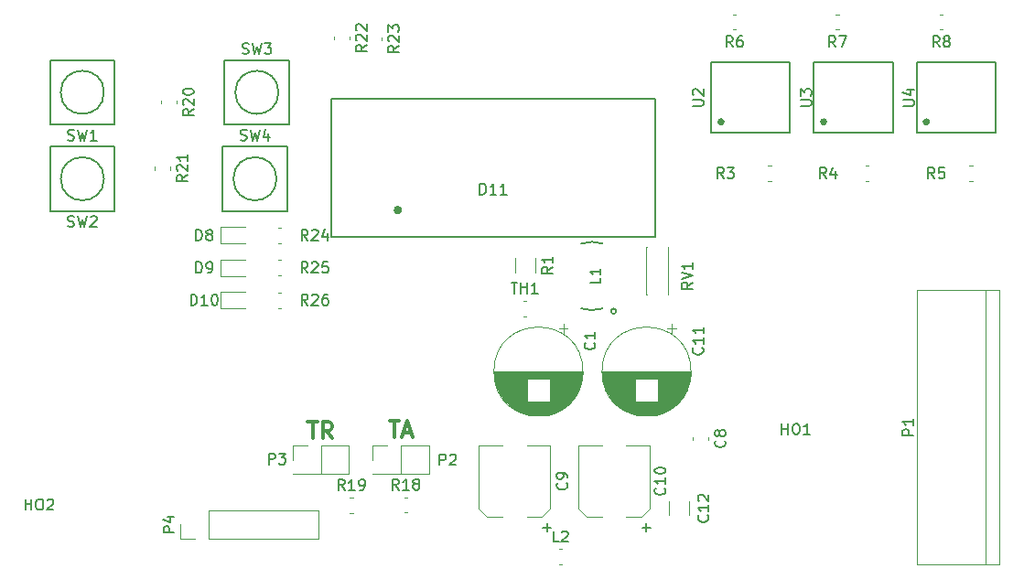
<source format=gbr>
G04 #@! TF.GenerationSoftware,KiCad,Pcbnew,no-vcs-found-104b606~61~ubuntu16.04.1*
G04 #@! TF.CreationDate,2018-02-16T14:36:21-05:00*
G04 #@! TF.ProjectId,D21_2550,4432315F323535302E6B696361645F70,rev?*
G04 #@! TF.SameCoordinates,Original*
G04 #@! TF.FileFunction,Legend,Top*
G04 #@! TF.FilePolarity,Positive*
%FSLAX46Y46*%
G04 Gerber Fmt 4.6, Leading zero omitted, Abs format (unit mm)*
G04 Created by KiCad (PCBNEW no-vcs-found-104b606~61~ubuntu16.04.1) date Fri Feb 16 14:36:21 2018*
%MOMM*%
%LPD*%
G01*
G04 APERTURE LIST*
%ADD10C,0.300000*%
%ADD11C,0.120000*%
%ADD12C,0.150000*%
G04 APERTURE END LIST*
D10*
X131428571Y-119428571D02*
X132285714Y-119428571D01*
X131857142Y-120928571D02*
X131857142Y-119428571D01*
X132714285Y-120500000D02*
X133428571Y-120500000D01*
X132571428Y-120928571D02*
X133071428Y-119428571D01*
X133571428Y-120928571D01*
X123871428Y-119518571D02*
X124728571Y-119518571D01*
X124300000Y-121018571D02*
X124300000Y-119518571D01*
X126085714Y-121018571D02*
X125585714Y-120304285D01*
X125228571Y-121018571D02*
X125228571Y-119518571D01*
X125800000Y-119518571D01*
X125942857Y-119590000D01*
X126014285Y-119661428D01*
X126085714Y-119804285D01*
X126085714Y-120018571D01*
X126014285Y-120161428D01*
X125942857Y-120232857D01*
X125800000Y-120304285D01*
X125228571Y-120304285D01*
D11*
X149320000Y-114850000D02*
G75*
G03X149320000Y-114850000I-4120000J0D01*
G01*
X149280000Y-114850000D02*
X141120000Y-114850000D01*
X149280000Y-114890000D02*
X141120000Y-114890000D01*
X149280000Y-114930000D02*
X141120000Y-114930000D01*
X149279000Y-114970000D02*
X141121000Y-114970000D01*
X149277000Y-115010000D02*
X141123000Y-115010000D01*
X149276000Y-115050000D02*
X141124000Y-115050000D01*
X149274000Y-115090000D02*
X141126000Y-115090000D01*
X149271000Y-115130000D02*
X141129000Y-115130000D01*
X149268000Y-115170000D02*
X141132000Y-115170000D01*
X149265000Y-115210000D02*
X141135000Y-115210000D01*
X149261000Y-115250000D02*
X141139000Y-115250000D01*
X149257000Y-115290000D02*
X141143000Y-115290000D01*
X149252000Y-115330000D02*
X141148000Y-115330000D01*
X149248000Y-115370000D02*
X141152000Y-115370000D01*
X149242000Y-115410000D02*
X141158000Y-115410000D01*
X149237000Y-115450000D02*
X141163000Y-115450000D01*
X149230000Y-115490000D02*
X141170000Y-115490000D01*
X149224000Y-115530000D02*
X141176000Y-115530000D01*
X149217000Y-115571000D02*
X146240000Y-115571000D01*
X144160000Y-115571000D02*
X141183000Y-115571000D01*
X149210000Y-115611000D02*
X146240000Y-115611000D01*
X144160000Y-115611000D02*
X141190000Y-115611000D01*
X149202000Y-115651000D02*
X146240000Y-115651000D01*
X144160000Y-115651000D02*
X141198000Y-115651000D01*
X149194000Y-115691000D02*
X146240000Y-115691000D01*
X144160000Y-115691000D02*
X141206000Y-115691000D01*
X149185000Y-115731000D02*
X146240000Y-115731000D01*
X144160000Y-115731000D02*
X141215000Y-115731000D01*
X149176000Y-115771000D02*
X146240000Y-115771000D01*
X144160000Y-115771000D02*
X141224000Y-115771000D01*
X149167000Y-115811000D02*
X146240000Y-115811000D01*
X144160000Y-115811000D02*
X141233000Y-115811000D01*
X149157000Y-115851000D02*
X146240000Y-115851000D01*
X144160000Y-115851000D02*
X141243000Y-115851000D01*
X149147000Y-115891000D02*
X146240000Y-115891000D01*
X144160000Y-115891000D02*
X141253000Y-115891000D01*
X149136000Y-115931000D02*
X146240000Y-115931000D01*
X144160000Y-115931000D02*
X141264000Y-115931000D01*
X149125000Y-115971000D02*
X146240000Y-115971000D01*
X144160000Y-115971000D02*
X141275000Y-115971000D01*
X149114000Y-116011000D02*
X146240000Y-116011000D01*
X144160000Y-116011000D02*
X141286000Y-116011000D01*
X149102000Y-116051000D02*
X146240000Y-116051000D01*
X144160000Y-116051000D02*
X141298000Y-116051000D01*
X149089000Y-116091000D02*
X146240000Y-116091000D01*
X144160000Y-116091000D02*
X141311000Y-116091000D01*
X149077000Y-116131000D02*
X146240000Y-116131000D01*
X144160000Y-116131000D02*
X141323000Y-116131000D01*
X149063000Y-116171000D02*
X146240000Y-116171000D01*
X144160000Y-116171000D02*
X141337000Y-116171000D01*
X149050000Y-116211000D02*
X146240000Y-116211000D01*
X144160000Y-116211000D02*
X141350000Y-116211000D01*
X149035000Y-116251000D02*
X146240000Y-116251000D01*
X144160000Y-116251000D02*
X141365000Y-116251000D01*
X149021000Y-116291000D02*
X146240000Y-116291000D01*
X144160000Y-116291000D02*
X141379000Y-116291000D01*
X149005000Y-116331000D02*
X146240000Y-116331000D01*
X144160000Y-116331000D02*
X141395000Y-116331000D01*
X148990000Y-116371000D02*
X146240000Y-116371000D01*
X144160000Y-116371000D02*
X141410000Y-116371000D01*
X148974000Y-116411000D02*
X146240000Y-116411000D01*
X144160000Y-116411000D02*
X141426000Y-116411000D01*
X148957000Y-116451000D02*
X146240000Y-116451000D01*
X144160000Y-116451000D02*
X141443000Y-116451000D01*
X148940000Y-116491000D02*
X146240000Y-116491000D01*
X144160000Y-116491000D02*
X141460000Y-116491000D01*
X148922000Y-116531000D02*
X146240000Y-116531000D01*
X144160000Y-116531000D02*
X141478000Y-116531000D01*
X148904000Y-116571000D02*
X146240000Y-116571000D01*
X144160000Y-116571000D02*
X141496000Y-116571000D01*
X148886000Y-116611000D02*
X146240000Y-116611000D01*
X144160000Y-116611000D02*
X141514000Y-116611000D01*
X148866000Y-116651000D02*
X146240000Y-116651000D01*
X144160000Y-116651000D02*
X141534000Y-116651000D01*
X148847000Y-116691000D02*
X146240000Y-116691000D01*
X144160000Y-116691000D02*
X141553000Y-116691000D01*
X148827000Y-116731000D02*
X146240000Y-116731000D01*
X144160000Y-116731000D02*
X141573000Y-116731000D01*
X148806000Y-116771000D02*
X146240000Y-116771000D01*
X144160000Y-116771000D02*
X141594000Y-116771000D01*
X148784000Y-116811000D02*
X146240000Y-116811000D01*
X144160000Y-116811000D02*
X141616000Y-116811000D01*
X148762000Y-116851000D02*
X146240000Y-116851000D01*
X144160000Y-116851000D02*
X141638000Y-116851000D01*
X148740000Y-116891000D02*
X146240000Y-116891000D01*
X144160000Y-116891000D02*
X141660000Y-116891000D01*
X148717000Y-116931000D02*
X146240000Y-116931000D01*
X144160000Y-116931000D02*
X141683000Y-116931000D01*
X148693000Y-116971000D02*
X146240000Y-116971000D01*
X144160000Y-116971000D02*
X141707000Y-116971000D01*
X148669000Y-117011000D02*
X146240000Y-117011000D01*
X144160000Y-117011000D02*
X141731000Y-117011000D01*
X148644000Y-117051000D02*
X146240000Y-117051000D01*
X144160000Y-117051000D02*
X141756000Y-117051000D01*
X148618000Y-117091000D02*
X146240000Y-117091000D01*
X144160000Y-117091000D02*
X141782000Y-117091000D01*
X148592000Y-117131000D02*
X146240000Y-117131000D01*
X144160000Y-117131000D02*
X141808000Y-117131000D01*
X148565000Y-117171000D02*
X146240000Y-117171000D01*
X144160000Y-117171000D02*
X141835000Y-117171000D01*
X148538000Y-117211000D02*
X146240000Y-117211000D01*
X144160000Y-117211000D02*
X141862000Y-117211000D01*
X148509000Y-117251000D02*
X146240000Y-117251000D01*
X144160000Y-117251000D02*
X141891000Y-117251000D01*
X148480000Y-117291000D02*
X146240000Y-117291000D01*
X144160000Y-117291000D02*
X141920000Y-117291000D01*
X148450000Y-117331000D02*
X146240000Y-117331000D01*
X144160000Y-117331000D02*
X141950000Y-117331000D01*
X148420000Y-117371000D02*
X146240000Y-117371000D01*
X144160000Y-117371000D02*
X141980000Y-117371000D01*
X148389000Y-117411000D02*
X146240000Y-117411000D01*
X144160000Y-117411000D02*
X142011000Y-117411000D01*
X148356000Y-117451000D02*
X146240000Y-117451000D01*
X144160000Y-117451000D02*
X142044000Y-117451000D01*
X148324000Y-117491000D02*
X146240000Y-117491000D01*
X144160000Y-117491000D02*
X142076000Y-117491000D01*
X148290000Y-117531000D02*
X146240000Y-117531000D01*
X144160000Y-117531000D02*
X142110000Y-117531000D01*
X148255000Y-117571000D02*
X146240000Y-117571000D01*
X144160000Y-117571000D02*
X142145000Y-117571000D01*
X148219000Y-117611000D02*
X146240000Y-117611000D01*
X144160000Y-117611000D02*
X142181000Y-117611000D01*
X148183000Y-117651000D02*
X142217000Y-117651000D01*
X148145000Y-117691000D02*
X142255000Y-117691000D01*
X148107000Y-117731000D02*
X142293000Y-117731000D01*
X148067000Y-117771000D02*
X142333000Y-117771000D01*
X148026000Y-117811000D02*
X142374000Y-117811000D01*
X147984000Y-117851000D02*
X142416000Y-117851000D01*
X147941000Y-117891000D02*
X142459000Y-117891000D01*
X147897000Y-117931000D02*
X142503000Y-117931000D01*
X147851000Y-117971000D02*
X142549000Y-117971000D01*
X147804000Y-118011000D02*
X142596000Y-118011000D01*
X147756000Y-118051000D02*
X142644000Y-118051000D01*
X147705000Y-118091000D02*
X142695000Y-118091000D01*
X147654000Y-118131000D02*
X142746000Y-118131000D01*
X147600000Y-118171000D02*
X142800000Y-118171000D01*
X147545000Y-118211000D02*
X142855000Y-118211000D01*
X147487000Y-118251000D02*
X142913000Y-118251000D01*
X147428000Y-118291000D02*
X142972000Y-118291000D01*
X147366000Y-118331000D02*
X143034000Y-118331000D01*
X147302000Y-118371000D02*
X143098000Y-118371000D01*
X147234000Y-118411000D02*
X143166000Y-118411000D01*
X147164000Y-118451000D02*
X143236000Y-118451000D01*
X147090000Y-118491000D02*
X143310000Y-118491000D01*
X147013000Y-118531000D02*
X143387000Y-118531000D01*
X146931000Y-118571000D02*
X143469000Y-118571000D01*
X146845000Y-118611000D02*
X143555000Y-118611000D01*
X146752000Y-118651000D02*
X143648000Y-118651000D01*
X146653000Y-118691000D02*
X143747000Y-118691000D01*
X146546000Y-118731000D02*
X143854000Y-118731000D01*
X146429000Y-118771000D02*
X143971000Y-118771000D01*
X146298000Y-118811000D02*
X144102000Y-118811000D01*
X146148000Y-118851000D02*
X144252000Y-118851000D01*
X145968000Y-118891000D02*
X144432000Y-118891000D01*
X145733000Y-118931000D02*
X144667000Y-118931000D01*
X147515000Y-110440302D02*
X147515000Y-111240302D01*
X147915000Y-110840302D02*
X147115000Y-110840302D01*
X160910000Y-120907500D02*
X160910000Y-121207500D01*
X159490000Y-120907500D02*
X159490000Y-121207500D01*
X145540000Y-128300000D02*
X144120000Y-128300000D01*
X146300000Y-121700000D02*
X144120000Y-121700000D01*
X139700000Y-121700000D02*
X141880000Y-121700000D01*
X140460000Y-128300000D02*
X141880000Y-128300000D01*
X146300000Y-121700000D02*
X146300000Y-127540000D01*
X146300000Y-127540000D02*
X145540000Y-128300000D01*
X140460000Y-128300000D02*
X139700000Y-127540000D01*
X139700000Y-127540000D02*
X139700000Y-121700000D01*
X148900000Y-127540000D02*
X148900000Y-121700000D01*
X149660000Y-128300000D02*
X148900000Y-127540000D01*
X155500000Y-127540000D02*
X154740000Y-128300000D01*
X155500000Y-121700000D02*
X155500000Y-127540000D01*
X149660000Y-128300000D02*
X151080000Y-128300000D01*
X148900000Y-121700000D02*
X151080000Y-121700000D01*
X155500000Y-121700000D02*
X153320000Y-121700000D01*
X154740000Y-128300000D02*
X153320000Y-128300000D01*
X157915000Y-110840302D02*
X157115000Y-110840302D01*
X157515000Y-110440302D02*
X157515000Y-111240302D01*
X155733000Y-118931000D02*
X154667000Y-118931000D01*
X155968000Y-118891000D02*
X154432000Y-118891000D01*
X156148000Y-118851000D02*
X154252000Y-118851000D01*
X156298000Y-118811000D02*
X154102000Y-118811000D01*
X156429000Y-118771000D02*
X153971000Y-118771000D01*
X156546000Y-118731000D02*
X153854000Y-118731000D01*
X156653000Y-118691000D02*
X153747000Y-118691000D01*
X156752000Y-118651000D02*
X153648000Y-118651000D01*
X156845000Y-118611000D02*
X153555000Y-118611000D01*
X156931000Y-118571000D02*
X153469000Y-118571000D01*
X157013000Y-118531000D02*
X153387000Y-118531000D01*
X157090000Y-118491000D02*
X153310000Y-118491000D01*
X157164000Y-118451000D02*
X153236000Y-118451000D01*
X157234000Y-118411000D02*
X153166000Y-118411000D01*
X157302000Y-118371000D02*
X153098000Y-118371000D01*
X157366000Y-118331000D02*
X153034000Y-118331000D01*
X157428000Y-118291000D02*
X152972000Y-118291000D01*
X157487000Y-118251000D02*
X152913000Y-118251000D01*
X157545000Y-118211000D02*
X152855000Y-118211000D01*
X157600000Y-118171000D02*
X152800000Y-118171000D01*
X157654000Y-118131000D02*
X152746000Y-118131000D01*
X157705000Y-118091000D02*
X152695000Y-118091000D01*
X157756000Y-118051000D02*
X152644000Y-118051000D01*
X157804000Y-118011000D02*
X152596000Y-118011000D01*
X157851000Y-117971000D02*
X152549000Y-117971000D01*
X157897000Y-117931000D02*
X152503000Y-117931000D01*
X157941000Y-117891000D02*
X152459000Y-117891000D01*
X157984000Y-117851000D02*
X152416000Y-117851000D01*
X158026000Y-117811000D02*
X152374000Y-117811000D01*
X158067000Y-117771000D02*
X152333000Y-117771000D01*
X158107000Y-117731000D02*
X152293000Y-117731000D01*
X158145000Y-117691000D02*
X152255000Y-117691000D01*
X158183000Y-117651000D02*
X152217000Y-117651000D01*
X154160000Y-117611000D02*
X152181000Y-117611000D01*
X158219000Y-117611000D02*
X156240000Y-117611000D01*
X154160000Y-117571000D02*
X152145000Y-117571000D01*
X158255000Y-117571000D02*
X156240000Y-117571000D01*
X154160000Y-117531000D02*
X152110000Y-117531000D01*
X158290000Y-117531000D02*
X156240000Y-117531000D01*
X154160000Y-117491000D02*
X152076000Y-117491000D01*
X158324000Y-117491000D02*
X156240000Y-117491000D01*
X154160000Y-117451000D02*
X152044000Y-117451000D01*
X158356000Y-117451000D02*
X156240000Y-117451000D01*
X154160000Y-117411000D02*
X152011000Y-117411000D01*
X158389000Y-117411000D02*
X156240000Y-117411000D01*
X154160000Y-117371000D02*
X151980000Y-117371000D01*
X158420000Y-117371000D02*
X156240000Y-117371000D01*
X154160000Y-117331000D02*
X151950000Y-117331000D01*
X158450000Y-117331000D02*
X156240000Y-117331000D01*
X154160000Y-117291000D02*
X151920000Y-117291000D01*
X158480000Y-117291000D02*
X156240000Y-117291000D01*
X154160000Y-117251000D02*
X151891000Y-117251000D01*
X158509000Y-117251000D02*
X156240000Y-117251000D01*
X154160000Y-117211000D02*
X151862000Y-117211000D01*
X158538000Y-117211000D02*
X156240000Y-117211000D01*
X154160000Y-117171000D02*
X151835000Y-117171000D01*
X158565000Y-117171000D02*
X156240000Y-117171000D01*
X154160000Y-117131000D02*
X151808000Y-117131000D01*
X158592000Y-117131000D02*
X156240000Y-117131000D01*
X154160000Y-117091000D02*
X151782000Y-117091000D01*
X158618000Y-117091000D02*
X156240000Y-117091000D01*
X154160000Y-117051000D02*
X151756000Y-117051000D01*
X158644000Y-117051000D02*
X156240000Y-117051000D01*
X154160000Y-117011000D02*
X151731000Y-117011000D01*
X158669000Y-117011000D02*
X156240000Y-117011000D01*
X154160000Y-116971000D02*
X151707000Y-116971000D01*
X158693000Y-116971000D02*
X156240000Y-116971000D01*
X154160000Y-116931000D02*
X151683000Y-116931000D01*
X158717000Y-116931000D02*
X156240000Y-116931000D01*
X154160000Y-116891000D02*
X151660000Y-116891000D01*
X158740000Y-116891000D02*
X156240000Y-116891000D01*
X154160000Y-116851000D02*
X151638000Y-116851000D01*
X158762000Y-116851000D02*
X156240000Y-116851000D01*
X154160000Y-116811000D02*
X151616000Y-116811000D01*
X158784000Y-116811000D02*
X156240000Y-116811000D01*
X154160000Y-116771000D02*
X151594000Y-116771000D01*
X158806000Y-116771000D02*
X156240000Y-116771000D01*
X154160000Y-116731000D02*
X151573000Y-116731000D01*
X158827000Y-116731000D02*
X156240000Y-116731000D01*
X154160000Y-116691000D02*
X151553000Y-116691000D01*
X158847000Y-116691000D02*
X156240000Y-116691000D01*
X154160000Y-116651000D02*
X151534000Y-116651000D01*
X158866000Y-116651000D02*
X156240000Y-116651000D01*
X154160000Y-116611000D02*
X151514000Y-116611000D01*
X158886000Y-116611000D02*
X156240000Y-116611000D01*
X154160000Y-116571000D02*
X151496000Y-116571000D01*
X158904000Y-116571000D02*
X156240000Y-116571000D01*
X154160000Y-116531000D02*
X151478000Y-116531000D01*
X158922000Y-116531000D02*
X156240000Y-116531000D01*
X154160000Y-116491000D02*
X151460000Y-116491000D01*
X158940000Y-116491000D02*
X156240000Y-116491000D01*
X154160000Y-116451000D02*
X151443000Y-116451000D01*
X158957000Y-116451000D02*
X156240000Y-116451000D01*
X154160000Y-116411000D02*
X151426000Y-116411000D01*
X158974000Y-116411000D02*
X156240000Y-116411000D01*
X154160000Y-116371000D02*
X151410000Y-116371000D01*
X158990000Y-116371000D02*
X156240000Y-116371000D01*
X154160000Y-116331000D02*
X151395000Y-116331000D01*
X159005000Y-116331000D02*
X156240000Y-116331000D01*
X154160000Y-116291000D02*
X151379000Y-116291000D01*
X159021000Y-116291000D02*
X156240000Y-116291000D01*
X154160000Y-116251000D02*
X151365000Y-116251000D01*
X159035000Y-116251000D02*
X156240000Y-116251000D01*
X154160000Y-116211000D02*
X151350000Y-116211000D01*
X159050000Y-116211000D02*
X156240000Y-116211000D01*
X154160000Y-116171000D02*
X151337000Y-116171000D01*
X159063000Y-116171000D02*
X156240000Y-116171000D01*
X154160000Y-116131000D02*
X151323000Y-116131000D01*
X159077000Y-116131000D02*
X156240000Y-116131000D01*
X154160000Y-116091000D02*
X151311000Y-116091000D01*
X159089000Y-116091000D02*
X156240000Y-116091000D01*
X154160000Y-116051000D02*
X151298000Y-116051000D01*
X159102000Y-116051000D02*
X156240000Y-116051000D01*
X154160000Y-116011000D02*
X151286000Y-116011000D01*
X159114000Y-116011000D02*
X156240000Y-116011000D01*
X154160000Y-115971000D02*
X151275000Y-115971000D01*
X159125000Y-115971000D02*
X156240000Y-115971000D01*
X154160000Y-115931000D02*
X151264000Y-115931000D01*
X159136000Y-115931000D02*
X156240000Y-115931000D01*
X154160000Y-115891000D02*
X151253000Y-115891000D01*
X159147000Y-115891000D02*
X156240000Y-115891000D01*
X154160000Y-115851000D02*
X151243000Y-115851000D01*
X159157000Y-115851000D02*
X156240000Y-115851000D01*
X154160000Y-115811000D02*
X151233000Y-115811000D01*
X159167000Y-115811000D02*
X156240000Y-115811000D01*
X154160000Y-115771000D02*
X151224000Y-115771000D01*
X159176000Y-115771000D02*
X156240000Y-115771000D01*
X154160000Y-115731000D02*
X151215000Y-115731000D01*
X159185000Y-115731000D02*
X156240000Y-115731000D01*
X154160000Y-115691000D02*
X151206000Y-115691000D01*
X159194000Y-115691000D02*
X156240000Y-115691000D01*
X154160000Y-115651000D02*
X151198000Y-115651000D01*
X159202000Y-115651000D02*
X156240000Y-115651000D01*
X154160000Y-115611000D02*
X151190000Y-115611000D01*
X159210000Y-115611000D02*
X156240000Y-115611000D01*
X154160000Y-115571000D02*
X151183000Y-115571000D01*
X159217000Y-115571000D02*
X156240000Y-115571000D01*
X159224000Y-115530000D02*
X151176000Y-115530000D01*
X159230000Y-115490000D02*
X151170000Y-115490000D01*
X159237000Y-115450000D02*
X151163000Y-115450000D01*
X159242000Y-115410000D02*
X151158000Y-115410000D01*
X159248000Y-115370000D02*
X151152000Y-115370000D01*
X159252000Y-115330000D02*
X151148000Y-115330000D01*
X159257000Y-115290000D02*
X151143000Y-115290000D01*
X159261000Y-115250000D02*
X151139000Y-115250000D01*
X159265000Y-115210000D02*
X151135000Y-115210000D01*
X159268000Y-115170000D02*
X151132000Y-115170000D01*
X159271000Y-115130000D02*
X151129000Y-115130000D01*
X159274000Y-115090000D02*
X151126000Y-115090000D01*
X159276000Y-115050000D02*
X151124000Y-115050000D01*
X159277000Y-115010000D02*
X151123000Y-115010000D01*
X159279000Y-114970000D02*
X151121000Y-114970000D01*
X159280000Y-114930000D02*
X151120000Y-114930000D01*
X159280000Y-114890000D02*
X151120000Y-114890000D01*
X159280000Y-114850000D02*
X151120000Y-114850000D01*
X159320000Y-114850000D02*
G75*
G03X159320000Y-114850000I-4120000J0D01*
G01*
X157290000Y-128157500D02*
X157290000Y-126857500D01*
X159110000Y-128157500D02*
X159110000Y-126857500D01*
X118060000Y-101490000D02*
X115790000Y-101490000D01*
X115790000Y-101490000D02*
X115790000Y-103010000D01*
X115790000Y-103010000D02*
X118060000Y-103010000D01*
X115790000Y-106010000D02*
X118060000Y-106010000D01*
X115790000Y-104490000D02*
X115790000Y-106010000D01*
X118060000Y-104490000D02*
X115790000Y-104490000D01*
X118060000Y-107490000D02*
X115790000Y-107490000D01*
X115790000Y-107490000D02*
X115790000Y-109010000D01*
X115790000Y-109010000D02*
X118060000Y-109010000D01*
D12*
X125990000Y-89600000D02*
X156010000Y-89600000D01*
X156010000Y-89600000D02*
X156010000Y-102400000D01*
X156010000Y-102400000D02*
X125990000Y-102400000D01*
X125990000Y-102400000D02*
X125990000Y-89600000D01*
X132516228Y-99900000D02*
G75*
G03X132516228Y-99900000I-316228J0D01*
G01*
G36*
X132000000Y-99700000D02*
X132400000Y-99700000D01*
X132500000Y-99900000D01*
X132300000Y-100100000D01*
X132000000Y-100100000D01*
X132000000Y-99900000D01*
X132000000Y-99700000D01*
G37*
X132000000Y-99700000D02*
X132400000Y-99700000D01*
X132500000Y-99900000D01*
X132300000Y-100100000D01*
X132000000Y-100100000D01*
X132000000Y-99900000D01*
X132000000Y-99700000D01*
X149150000Y-103000002D02*
G75*
G02X151149999Y-103000001I1000000J-2999998D01*
G01*
X151150000Y-108999998D02*
G75*
G02X149150001Y-108999999I-1000000J2999998D01*
G01*
X152400000Y-109250000D02*
G75*
G03X152400000Y-109250000I-250000J0D01*
G01*
D11*
X147092500Y-131290000D02*
X147392500Y-131290000D01*
X147092500Y-132710000D02*
X147392500Y-132710000D01*
X187810000Y-132700000D02*
X187810000Y-107300000D01*
X186540000Y-132700000D02*
X186540000Y-107300000D01*
X180190000Y-132700000D02*
X180190000Y-107300000D01*
X180190000Y-107300000D02*
X187810000Y-107300000D01*
X180190000Y-132700000D02*
X187810000Y-132700000D01*
X129851209Y-121670000D02*
X131181209Y-121670000D01*
X129851209Y-123000000D02*
X129851209Y-121670000D01*
X132451209Y-121670000D02*
X135051209Y-121670000D01*
X132451209Y-124270000D02*
X132451209Y-121670000D01*
X129851209Y-124270000D02*
X132451209Y-124270000D01*
X135051209Y-121670000D02*
X135051209Y-124330000D01*
X129851209Y-124270000D02*
X129851209Y-124330000D01*
X129851209Y-124330000D02*
X135051209Y-124330000D01*
X122460000Y-124330000D02*
X127660000Y-124330000D01*
X122460000Y-124270000D02*
X122460000Y-124330000D01*
X127660000Y-121670000D02*
X127660000Y-124330000D01*
X122460000Y-124270000D02*
X125060000Y-124270000D01*
X125060000Y-124270000D02*
X125060000Y-121670000D01*
X125060000Y-121670000D02*
X127660000Y-121670000D01*
X122460000Y-123000000D02*
X122460000Y-121670000D01*
X122460000Y-121670000D02*
X123790000Y-121670000D01*
X124870000Y-130330000D02*
X124870000Y-127670000D01*
X114650000Y-130330000D02*
X124870000Y-130330000D01*
X114650000Y-127670000D02*
X124870000Y-127670000D01*
X114650000Y-130330000D02*
X114650000Y-127670000D01*
X113380000Y-130330000D02*
X112050000Y-130330000D01*
X112050000Y-130330000D02*
X112050000Y-129000000D01*
X144910000Y-104350000D02*
X144910000Y-105650000D01*
X143090000Y-104350000D02*
X143090000Y-105650000D01*
X166420000Y-97200000D02*
X166720000Y-97200000D01*
X166420000Y-95780000D02*
X166720000Y-95780000D01*
X175470000Y-95780000D02*
X175770000Y-95780000D01*
X175470000Y-97200000D02*
X175770000Y-97200000D01*
X185060000Y-95780000D02*
X185360000Y-95780000D01*
X185060000Y-97200000D02*
X185360000Y-97200000D01*
X163492500Y-83200000D02*
X163192500Y-83200000D01*
X163492500Y-81780000D02*
X163192500Y-81780000D01*
X172992500Y-81780000D02*
X172692500Y-81780000D01*
X172992500Y-83200000D02*
X172692500Y-83200000D01*
X182612500Y-83200000D02*
X182312500Y-83200000D01*
X182612500Y-81780000D02*
X182312500Y-81780000D01*
X132767500Y-126480000D02*
X133067500Y-126480000D01*
X132767500Y-127900000D02*
X133067500Y-127900000D01*
X127757500Y-127940000D02*
X128057500Y-127940000D01*
X127757500Y-126520000D02*
X128057500Y-126520000D01*
X111710000Y-89760000D02*
X111710000Y-90060000D01*
X110290000Y-89760000D02*
X110290000Y-90060000D01*
X109730000Y-95860000D02*
X109730000Y-96160000D01*
X111150000Y-95860000D02*
X111150000Y-96160000D01*
X126290000Y-83807500D02*
X126290000Y-84107500D01*
X127710000Y-83807500D02*
X127710000Y-84107500D01*
X130710000Y-83892500D02*
X130710000Y-84192500D01*
X129290000Y-83892500D02*
X129290000Y-84192500D01*
X121410000Y-102960000D02*
X121110000Y-102960000D01*
X121410000Y-101540000D02*
X121110000Y-101540000D01*
X121410000Y-104540000D02*
X121110000Y-104540000D01*
X121410000Y-105960000D02*
X121110000Y-105960000D01*
X121410000Y-108960000D02*
X121110000Y-108960000D01*
X121410000Y-107540000D02*
X121110000Y-107540000D01*
X155190000Y-107710000D02*
X155190000Y-103290000D01*
X157210000Y-107710000D02*
X157210000Y-103290000D01*
X155190000Y-107710000D02*
X155204000Y-107710000D01*
X157196000Y-107710000D02*
X157210000Y-107710000D01*
X155190000Y-103290000D02*
X155204000Y-103290000D01*
X157196000Y-103290000D02*
X157210000Y-103290000D01*
X143807500Y-109710000D02*
X144107500Y-109710000D01*
X143807500Y-108290000D02*
X144107500Y-108290000D01*
D12*
X168475952Y-92740000D02*
X168475952Y-86240000D01*
X161175952Y-86240000D02*
X161175952Y-92740000D01*
X161175952Y-86240000D02*
X168475952Y-86240000D01*
X161175952Y-92740000D02*
X168475952Y-92740000D01*
X162325952Y-91740000D02*
G75*
G03X162325952Y-91740000I-250000J0D01*
G01*
G36*
X162075952Y-91490000D02*
X162325952Y-91740000D01*
X162075952Y-91990000D01*
X161825952Y-91740000D01*
X162075952Y-91490000D01*
G37*
X162075952Y-91490000D02*
X162325952Y-91740000D01*
X162075952Y-91990000D01*
X161825952Y-91740000D01*
X162075952Y-91490000D01*
G36*
X171580000Y-91490000D02*
X171830000Y-91740000D01*
X171580000Y-91990000D01*
X171330000Y-91740000D01*
X171580000Y-91490000D01*
G37*
X171580000Y-91490000D02*
X171830000Y-91740000D01*
X171580000Y-91990000D01*
X171330000Y-91740000D01*
X171580000Y-91490000D01*
X171830000Y-91740000D02*
G75*
G03X171830000Y-91740000I-250000J0D01*
G01*
X170680000Y-92740000D02*
X177980000Y-92740000D01*
X170680000Y-86240000D02*
X177980000Y-86240000D01*
X170680000Y-86240000D02*
X170680000Y-92740000D01*
X177980000Y-92740000D02*
X177980000Y-86240000D01*
X187495952Y-92740000D02*
X187495952Y-86240000D01*
X180195952Y-86240000D02*
X180195952Y-92740000D01*
X180195952Y-86240000D02*
X187495952Y-86240000D01*
X180195952Y-92740000D02*
X187495952Y-92740000D01*
X181345952Y-91740000D02*
G75*
G03X181345952Y-91740000I-250000J0D01*
G01*
G36*
X181095952Y-91490000D02*
X181345952Y-91740000D01*
X181095952Y-91990000D01*
X180845952Y-91740000D01*
X181095952Y-91490000D01*
G37*
X181095952Y-91490000D02*
X181345952Y-91740000D01*
X181095952Y-91990000D01*
X180845952Y-91740000D01*
X181095952Y-91490000D01*
X105000000Y-89000000D02*
G75*
G03X105000000Y-89000000I-2000000J0D01*
G01*
X100000000Y-92000000D02*
X100000000Y-86000000D01*
X106000000Y-92000000D02*
X100000000Y-92000000D01*
X106000000Y-86000000D02*
X106000000Y-92000000D01*
X100000000Y-86000000D02*
X106000000Y-86000000D01*
X100000000Y-94000000D02*
X106000000Y-94000000D01*
X106000000Y-94000000D02*
X106000000Y-100000000D01*
X106000000Y-100000000D02*
X100000000Y-100000000D01*
X100000000Y-100000000D02*
X100000000Y-94000000D01*
X105000000Y-97000000D02*
G75*
G03X105000000Y-97000000I-2000000J0D01*
G01*
X121150000Y-89000000D02*
G75*
G03X121150000Y-89000000I-2000000J0D01*
G01*
X122150000Y-86000000D02*
X122150000Y-92000000D01*
X116150000Y-86000000D02*
X122150000Y-86000000D01*
X116150000Y-92000000D02*
X116150000Y-86000000D01*
X122150000Y-92000000D02*
X116150000Y-92000000D01*
X121970000Y-100000000D02*
X115970000Y-100000000D01*
X115970000Y-100000000D02*
X115970000Y-94000000D01*
X115970000Y-94000000D02*
X121970000Y-94000000D01*
X121970000Y-94000000D02*
X121970000Y-100000000D01*
X120970000Y-97000000D02*
G75*
G03X120970000Y-97000000I-2000000J0D01*
G01*
X150357142Y-112166666D02*
X150404761Y-112214285D01*
X150452380Y-112357142D01*
X150452380Y-112452380D01*
X150404761Y-112595238D01*
X150309523Y-112690476D01*
X150214285Y-112738095D01*
X150023809Y-112785714D01*
X149880952Y-112785714D01*
X149690476Y-112738095D01*
X149595238Y-112690476D01*
X149500000Y-112595238D01*
X149452380Y-112452380D01*
X149452380Y-112357142D01*
X149500000Y-112214285D01*
X149547619Y-112166666D01*
X150452380Y-111214285D02*
X150452380Y-111785714D01*
X150452380Y-111500000D02*
X149452380Y-111500000D01*
X149595238Y-111595238D01*
X149690476Y-111690476D01*
X149738095Y-111785714D01*
X162407142Y-121224166D02*
X162454761Y-121271785D01*
X162502380Y-121414642D01*
X162502380Y-121509880D01*
X162454761Y-121652738D01*
X162359523Y-121747976D01*
X162264285Y-121795595D01*
X162073809Y-121843214D01*
X161930952Y-121843214D01*
X161740476Y-121795595D01*
X161645238Y-121747976D01*
X161550000Y-121652738D01*
X161502380Y-121509880D01*
X161502380Y-121414642D01*
X161550000Y-121271785D01*
X161597619Y-121224166D01*
X161930952Y-120652738D02*
X161883333Y-120747976D01*
X161835714Y-120795595D01*
X161740476Y-120843214D01*
X161692857Y-120843214D01*
X161597619Y-120795595D01*
X161550000Y-120747976D01*
X161502380Y-120652738D01*
X161502380Y-120462261D01*
X161550000Y-120367023D01*
X161597619Y-120319404D01*
X161692857Y-120271785D01*
X161740476Y-120271785D01*
X161835714Y-120319404D01*
X161883333Y-120367023D01*
X161930952Y-120462261D01*
X161930952Y-120652738D01*
X161978571Y-120747976D01*
X162026190Y-120795595D01*
X162121428Y-120843214D01*
X162311904Y-120843214D01*
X162407142Y-120795595D01*
X162454761Y-120747976D01*
X162502380Y-120652738D01*
X162502380Y-120462261D01*
X162454761Y-120367023D01*
X162407142Y-120319404D01*
X162311904Y-120271785D01*
X162121428Y-120271785D01*
X162026190Y-120319404D01*
X161978571Y-120367023D01*
X161930952Y-120462261D01*
X147787142Y-125166666D02*
X147834761Y-125214285D01*
X147882380Y-125357142D01*
X147882380Y-125452380D01*
X147834761Y-125595238D01*
X147739523Y-125690476D01*
X147644285Y-125738095D01*
X147453809Y-125785714D01*
X147310952Y-125785714D01*
X147120476Y-125738095D01*
X147025238Y-125690476D01*
X146930000Y-125595238D01*
X146882380Y-125452380D01*
X146882380Y-125357142D01*
X146930000Y-125214285D01*
X146977619Y-125166666D01*
X147882380Y-124690476D02*
X147882380Y-124500000D01*
X147834761Y-124404761D01*
X147787142Y-124357142D01*
X147644285Y-124261904D01*
X147453809Y-124214285D01*
X147072857Y-124214285D01*
X146977619Y-124261904D01*
X146930000Y-124309523D01*
X146882380Y-124404761D01*
X146882380Y-124595238D01*
X146930000Y-124690476D01*
X146977619Y-124738095D01*
X147072857Y-124785714D01*
X147310952Y-124785714D01*
X147406190Y-124738095D01*
X147453809Y-124690476D01*
X147501428Y-124595238D01*
X147501428Y-124404761D01*
X147453809Y-124309523D01*
X147406190Y-124261904D01*
X147310952Y-124214285D01*
X145981428Y-129660952D02*
X145981428Y-128899047D01*
X146362380Y-129280000D02*
X145600476Y-129280000D01*
X156857142Y-125642857D02*
X156904761Y-125690476D01*
X156952380Y-125833333D01*
X156952380Y-125928571D01*
X156904761Y-126071428D01*
X156809523Y-126166666D01*
X156714285Y-126214285D01*
X156523809Y-126261904D01*
X156380952Y-126261904D01*
X156190476Y-126214285D01*
X156095238Y-126166666D01*
X156000000Y-126071428D01*
X155952380Y-125928571D01*
X155952380Y-125833333D01*
X156000000Y-125690476D01*
X156047619Y-125642857D01*
X156952380Y-124690476D02*
X156952380Y-125261904D01*
X156952380Y-124976190D02*
X155952380Y-124976190D01*
X156095238Y-125071428D01*
X156190476Y-125166666D01*
X156238095Y-125261904D01*
X155952380Y-124071428D02*
X155952380Y-123976190D01*
X156000000Y-123880952D01*
X156047619Y-123833333D01*
X156142857Y-123785714D01*
X156333333Y-123738095D01*
X156571428Y-123738095D01*
X156761904Y-123785714D01*
X156857142Y-123833333D01*
X156904761Y-123880952D01*
X156952380Y-123976190D01*
X156952380Y-124071428D01*
X156904761Y-124166666D01*
X156857142Y-124214285D01*
X156761904Y-124261904D01*
X156571428Y-124309523D01*
X156333333Y-124309523D01*
X156142857Y-124261904D01*
X156047619Y-124214285D01*
X156000000Y-124166666D01*
X155952380Y-124071428D01*
X155181428Y-129660952D02*
X155181428Y-128899047D01*
X155562380Y-129280000D02*
X154800476Y-129280000D01*
X160357142Y-112642857D02*
X160404761Y-112690476D01*
X160452380Y-112833333D01*
X160452380Y-112928571D01*
X160404761Y-113071428D01*
X160309523Y-113166666D01*
X160214285Y-113214285D01*
X160023809Y-113261904D01*
X159880952Y-113261904D01*
X159690476Y-113214285D01*
X159595238Y-113166666D01*
X159500000Y-113071428D01*
X159452380Y-112928571D01*
X159452380Y-112833333D01*
X159500000Y-112690476D01*
X159547619Y-112642857D01*
X160452380Y-111690476D02*
X160452380Y-112261904D01*
X160452380Y-111976190D02*
X159452380Y-111976190D01*
X159595238Y-112071428D01*
X159690476Y-112166666D01*
X159738095Y-112261904D01*
X160452380Y-110738095D02*
X160452380Y-111309523D01*
X160452380Y-111023809D02*
X159452380Y-111023809D01*
X159595238Y-111119047D01*
X159690476Y-111214285D01*
X159738095Y-111309523D01*
X160857142Y-128142857D02*
X160904761Y-128190476D01*
X160952380Y-128333333D01*
X160952380Y-128428571D01*
X160904761Y-128571428D01*
X160809523Y-128666666D01*
X160714285Y-128714285D01*
X160523809Y-128761904D01*
X160380952Y-128761904D01*
X160190476Y-128714285D01*
X160095238Y-128666666D01*
X160000000Y-128571428D01*
X159952380Y-128428571D01*
X159952380Y-128333333D01*
X160000000Y-128190476D01*
X160047619Y-128142857D01*
X160952380Y-127190476D02*
X160952380Y-127761904D01*
X160952380Y-127476190D02*
X159952380Y-127476190D01*
X160095238Y-127571428D01*
X160190476Y-127666666D01*
X160238095Y-127761904D01*
X160047619Y-126809523D02*
X160000000Y-126761904D01*
X159952380Y-126666666D01*
X159952380Y-126428571D01*
X160000000Y-126333333D01*
X160047619Y-126285714D01*
X160142857Y-126238095D01*
X160238095Y-126238095D01*
X160380952Y-126285714D01*
X160952380Y-126857142D01*
X160952380Y-126238095D01*
X113521904Y-102702380D02*
X113521904Y-101702380D01*
X113760000Y-101702380D01*
X113902857Y-101750000D01*
X113998095Y-101845238D01*
X114045714Y-101940476D01*
X114093333Y-102130952D01*
X114093333Y-102273809D01*
X114045714Y-102464285D01*
X113998095Y-102559523D01*
X113902857Y-102654761D01*
X113760000Y-102702380D01*
X113521904Y-102702380D01*
X114664761Y-102130952D02*
X114569523Y-102083333D01*
X114521904Y-102035714D01*
X114474285Y-101940476D01*
X114474285Y-101892857D01*
X114521904Y-101797619D01*
X114569523Y-101750000D01*
X114664761Y-101702380D01*
X114855238Y-101702380D01*
X114950476Y-101750000D01*
X114998095Y-101797619D01*
X115045714Y-101892857D01*
X115045714Y-101940476D01*
X114998095Y-102035714D01*
X114950476Y-102083333D01*
X114855238Y-102130952D01*
X114664761Y-102130952D01*
X114569523Y-102178571D01*
X114521904Y-102226190D01*
X114474285Y-102321428D01*
X114474285Y-102511904D01*
X114521904Y-102607142D01*
X114569523Y-102654761D01*
X114664761Y-102702380D01*
X114855238Y-102702380D01*
X114950476Y-102654761D01*
X114998095Y-102607142D01*
X115045714Y-102511904D01*
X115045714Y-102321428D01*
X114998095Y-102226190D01*
X114950476Y-102178571D01*
X114855238Y-102130952D01*
X113521904Y-105702380D02*
X113521904Y-104702380D01*
X113760000Y-104702380D01*
X113902857Y-104750000D01*
X113998095Y-104845238D01*
X114045714Y-104940476D01*
X114093333Y-105130952D01*
X114093333Y-105273809D01*
X114045714Y-105464285D01*
X113998095Y-105559523D01*
X113902857Y-105654761D01*
X113760000Y-105702380D01*
X113521904Y-105702380D01*
X114569523Y-105702380D02*
X114760000Y-105702380D01*
X114855238Y-105654761D01*
X114902857Y-105607142D01*
X114998095Y-105464285D01*
X115045714Y-105273809D01*
X115045714Y-104892857D01*
X114998095Y-104797619D01*
X114950476Y-104750000D01*
X114855238Y-104702380D01*
X114664761Y-104702380D01*
X114569523Y-104750000D01*
X114521904Y-104797619D01*
X114474285Y-104892857D01*
X114474285Y-105130952D01*
X114521904Y-105226190D01*
X114569523Y-105273809D01*
X114664761Y-105321428D01*
X114855238Y-105321428D01*
X114950476Y-105273809D01*
X114998095Y-105226190D01*
X115045714Y-105130952D01*
X113045714Y-108702380D02*
X113045714Y-107702380D01*
X113283809Y-107702380D01*
X113426666Y-107750000D01*
X113521904Y-107845238D01*
X113569523Y-107940476D01*
X113617142Y-108130952D01*
X113617142Y-108273809D01*
X113569523Y-108464285D01*
X113521904Y-108559523D01*
X113426666Y-108654761D01*
X113283809Y-108702380D01*
X113045714Y-108702380D01*
X114569523Y-108702380D02*
X113998095Y-108702380D01*
X114283809Y-108702380D02*
X114283809Y-107702380D01*
X114188571Y-107845238D01*
X114093333Y-107940476D01*
X113998095Y-107988095D01*
X115188571Y-107702380D02*
X115283809Y-107702380D01*
X115379047Y-107750000D01*
X115426666Y-107797619D01*
X115474285Y-107892857D01*
X115521904Y-108083333D01*
X115521904Y-108321428D01*
X115474285Y-108511904D01*
X115426666Y-108607142D01*
X115379047Y-108654761D01*
X115283809Y-108702380D01*
X115188571Y-108702380D01*
X115093333Y-108654761D01*
X115045714Y-108607142D01*
X114998095Y-108511904D01*
X114950476Y-108321428D01*
X114950476Y-108083333D01*
X114998095Y-107892857D01*
X115045714Y-107797619D01*
X115093333Y-107750000D01*
X115188571Y-107702380D01*
X139785714Y-98452380D02*
X139785714Y-97452380D01*
X140023809Y-97452380D01*
X140166666Y-97500000D01*
X140261904Y-97595238D01*
X140309523Y-97690476D01*
X140357142Y-97880952D01*
X140357142Y-98023809D01*
X140309523Y-98214285D01*
X140261904Y-98309523D01*
X140166666Y-98404761D01*
X140023809Y-98452380D01*
X139785714Y-98452380D01*
X141309523Y-98452380D02*
X140738095Y-98452380D01*
X141023809Y-98452380D02*
X141023809Y-97452380D01*
X140928571Y-97595238D01*
X140833333Y-97690476D01*
X140738095Y-97738095D01*
X142261904Y-98452380D02*
X141690476Y-98452380D01*
X141976190Y-98452380D02*
X141976190Y-97452380D01*
X141880952Y-97595238D01*
X141785714Y-97690476D01*
X141690476Y-97738095D01*
X150952380Y-106166666D02*
X150952380Y-106642857D01*
X149952380Y-106642857D01*
X150952380Y-105309523D02*
X150952380Y-105880952D01*
X150952380Y-105595238D02*
X149952380Y-105595238D01*
X150095238Y-105690476D01*
X150190476Y-105785714D01*
X150238095Y-105880952D01*
X147075833Y-130602380D02*
X146599642Y-130602380D01*
X146599642Y-129602380D01*
X147361547Y-129697619D02*
X147409166Y-129650000D01*
X147504404Y-129602380D01*
X147742500Y-129602380D01*
X147837738Y-129650000D01*
X147885357Y-129697619D01*
X147932976Y-129792857D01*
X147932976Y-129888095D01*
X147885357Y-130030952D01*
X147313928Y-130602380D01*
X147932976Y-130602380D01*
X179902380Y-120748095D02*
X178902380Y-120748095D01*
X178902380Y-120367142D01*
X178950000Y-120271904D01*
X178997619Y-120224285D01*
X179092857Y-120176666D01*
X179235714Y-120176666D01*
X179330952Y-120224285D01*
X179378571Y-120271904D01*
X179426190Y-120367142D01*
X179426190Y-120748095D01*
X179902380Y-119224285D02*
X179902380Y-119795714D01*
X179902380Y-119510000D02*
X178902380Y-119510000D01*
X179045238Y-119605238D01*
X179140476Y-119700476D01*
X179188095Y-119795714D01*
X136061904Y-123502380D02*
X136061904Y-122502380D01*
X136442857Y-122502380D01*
X136538095Y-122550000D01*
X136585714Y-122597619D01*
X136633333Y-122692857D01*
X136633333Y-122835714D01*
X136585714Y-122930952D01*
X136538095Y-122978571D01*
X136442857Y-123026190D01*
X136061904Y-123026190D01*
X137014285Y-122597619D02*
X137061904Y-122550000D01*
X137157142Y-122502380D01*
X137395238Y-122502380D01*
X137490476Y-122550000D01*
X137538095Y-122597619D01*
X137585714Y-122692857D01*
X137585714Y-122788095D01*
X137538095Y-122930952D01*
X136966666Y-123502380D01*
X137585714Y-123502380D01*
X120271904Y-123422380D02*
X120271904Y-122422380D01*
X120652857Y-122422380D01*
X120748095Y-122470000D01*
X120795714Y-122517619D01*
X120843333Y-122612857D01*
X120843333Y-122755714D01*
X120795714Y-122850952D01*
X120748095Y-122898571D01*
X120652857Y-122946190D01*
X120271904Y-122946190D01*
X121176666Y-122422380D02*
X121795714Y-122422380D01*
X121462380Y-122803333D01*
X121605238Y-122803333D01*
X121700476Y-122850952D01*
X121748095Y-122898571D01*
X121795714Y-122993809D01*
X121795714Y-123231904D01*
X121748095Y-123327142D01*
X121700476Y-123374761D01*
X121605238Y-123422380D01*
X121319523Y-123422380D01*
X121224285Y-123374761D01*
X121176666Y-123327142D01*
X111502380Y-129738095D02*
X110502380Y-129738095D01*
X110502380Y-129357142D01*
X110550000Y-129261904D01*
X110597619Y-129214285D01*
X110692857Y-129166666D01*
X110835714Y-129166666D01*
X110930952Y-129214285D01*
X110978571Y-129261904D01*
X111026190Y-129357142D01*
X111026190Y-129738095D01*
X110835714Y-128309523D02*
X111502380Y-128309523D01*
X110454761Y-128547619D02*
X111169047Y-128785714D01*
X111169047Y-128166666D01*
X146502380Y-105166666D02*
X146026190Y-105500000D01*
X146502380Y-105738095D02*
X145502380Y-105738095D01*
X145502380Y-105357142D01*
X145550000Y-105261904D01*
X145597619Y-105214285D01*
X145692857Y-105166666D01*
X145835714Y-105166666D01*
X145930952Y-105214285D01*
X145978571Y-105261904D01*
X146026190Y-105357142D01*
X146026190Y-105738095D01*
X146502380Y-104214285D02*
X146502380Y-104785714D01*
X146502380Y-104500000D02*
X145502380Y-104500000D01*
X145645238Y-104595238D01*
X145740476Y-104690476D01*
X145788095Y-104785714D01*
X162333333Y-96952380D02*
X162000000Y-96476190D01*
X161761904Y-96952380D02*
X161761904Y-95952380D01*
X162142857Y-95952380D01*
X162238095Y-96000000D01*
X162285714Y-96047619D01*
X162333333Y-96142857D01*
X162333333Y-96285714D01*
X162285714Y-96380952D01*
X162238095Y-96428571D01*
X162142857Y-96476190D01*
X161761904Y-96476190D01*
X162666666Y-95952380D02*
X163285714Y-95952380D01*
X162952380Y-96333333D01*
X163095238Y-96333333D01*
X163190476Y-96380952D01*
X163238095Y-96428571D01*
X163285714Y-96523809D01*
X163285714Y-96761904D01*
X163238095Y-96857142D01*
X163190476Y-96904761D01*
X163095238Y-96952380D01*
X162809523Y-96952380D01*
X162714285Y-96904761D01*
X162666666Y-96857142D01*
X171833333Y-96952380D02*
X171500000Y-96476190D01*
X171261904Y-96952380D02*
X171261904Y-95952380D01*
X171642857Y-95952380D01*
X171738095Y-96000000D01*
X171785714Y-96047619D01*
X171833333Y-96142857D01*
X171833333Y-96285714D01*
X171785714Y-96380952D01*
X171738095Y-96428571D01*
X171642857Y-96476190D01*
X171261904Y-96476190D01*
X172690476Y-96285714D02*
X172690476Y-96952380D01*
X172452380Y-95904761D02*
X172214285Y-96619047D01*
X172833333Y-96619047D01*
X181833333Y-96952380D02*
X181500000Y-96476190D01*
X181261904Y-96952380D02*
X181261904Y-95952380D01*
X181642857Y-95952380D01*
X181738095Y-96000000D01*
X181785714Y-96047619D01*
X181833333Y-96142857D01*
X181833333Y-96285714D01*
X181785714Y-96380952D01*
X181738095Y-96428571D01*
X181642857Y-96476190D01*
X181261904Y-96476190D01*
X182738095Y-95952380D02*
X182261904Y-95952380D01*
X182214285Y-96428571D01*
X182261904Y-96380952D01*
X182357142Y-96333333D01*
X182595238Y-96333333D01*
X182690476Y-96380952D01*
X182738095Y-96428571D01*
X182785714Y-96523809D01*
X182785714Y-96761904D01*
X182738095Y-96857142D01*
X182690476Y-96904761D01*
X182595238Y-96952380D01*
X182357142Y-96952380D01*
X182261904Y-96904761D01*
X182214285Y-96857142D01*
X163175833Y-84792380D02*
X162842500Y-84316190D01*
X162604404Y-84792380D02*
X162604404Y-83792380D01*
X162985357Y-83792380D01*
X163080595Y-83840000D01*
X163128214Y-83887619D01*
X163175833Y-83982857D01*
X163175833Y-84125714D01*
X163128214Y-84220952D01*
X163080595Y-84268571D01*
X162985357Y-84316190D01*
X162604404Y-84316190D01*
X164032976Y-83792380D02*
X163842500Y-83792380D01*
X163747261Y-83840000D01*
X163699642Y-83887619D01*
X163604404Y-84030476D01*
X163556785Y-84220952D01*
X163556785Y-84601904D01*
X163604404Y-84697142D01*
X163652023Y-84744761D01*
X163747261Y-84792380D01*
X163937738Y-84792380D01*
X164032976Y-84744761D01*
X164080595Y-84697142D01*
X164128214Y-84601904D01*
X164128214Y-84363809D01*
X164080595Y-84268571D01*
X164032976Y-84220952D01*
X163937738Y-84173333D01*
X163747261Y-84173333D01*
X163652023Y-84220952D01*
X163604404Y-84268571D01*
X163556785Y-84363809D01*
X172675833Y-84792380D02*
X172342500Y-84316190D01*
X172104404Y-84792380D02*
X172104404Y-83792380D01*
X172485357Y-83792380D01*
X172580595Y-83840000D01*
X172628214Y-83887619D01*
X172675833Y-83982857D01*
X172675833Y-84125714D01*
X172628214Y-84220952D01*
X172580595Y-84268571D01*
X172485357Y-84316190D01*
X172104404Y-84316190D01*
X173009166Y-83792380D02*
X173675833Y-83792380D01*
X173247261Y-84792380D01*
X182295833Y-84792380D02*
X181962500Y-84316190D01*
X181724404Y-84792380D02*
X181724404Y-83792380D01*
X182105357Y-83792380D01*
X182200595Y-83840000D01*
X182248214Y-83887619D01*
X182295833Y-83982857D01*
X182295833Y-84125714D01*
X182248214Y-84220952D01*
X182200595Y-84268571D01*
X182105357Y-84316190D01*
X181724404Y-84316190D01*
X182867261Y-84220952D02*
X182772023Y-84173333D01*
X182724404Y-84125714D01*
X182676785Y-84030476D01*
X182676785Y-83982857D01*
X182724404Y-83887619D01*
X182772023Y-83840000D01*
X182867261Y-83792380D01*
X183057738Y-83792380D01*
X183152976Y-83840000D01*
X183200595Y-83887619D01*
X183248214Y-83982857D01*
X183248214Y-84030476D01*
X183200595Y-84125714D01*
X183152976Y-84173333D01*
X183057738Y-84220952D01*
X182867261Y-84220952D01*
X182772023Y-84268571D01*
X182724404Y-84316190D01*
X182676785Y-84411428D01*
X182676785Y-84601904D01*
X182724404Y-84697142D01*
X182772023Y-84744761D01*
X182867261Y-84792380D01*
X183057738Y-84792380D01*
X183152976Y-84744761D01*
X183200595Y-84697142D01*
X183248214Y-84601904D01*
X183248214Y-84411428D01*
X183200595Y-84316190D01*
X183152976Y-84268571D01*
X183057738Y-84220952D01*
X132274642Y-125792380D02*
X131941309Y-125316190D01*
X131703214Y-125792380D02*
X131703214Y-124792380D01*
X132084166Y-124792380D01*
X132179404Y-124840000D01*
X132227023Y-124887619D01*
X132274642Y-124982857D01*
X132274642Y-125125714D01*
X132227023Y-125220952D01*
X132179404Y-125268571D01*
X132084166Y-125316190D01*
X131703214Y-125316190D01*
X133227023Y-125792380D02*
X132655595Y-125792380D01*
X132941309Y-125792380D02*
X132941309Y-124792380D01*
X132846071Y-124935238D01*
X132750833Y-125030476D01*
X132655595Y-125078095D01*
X133798452Y-125220952D02*
X133703214Y-125173333D01*
X133655595Y-125125714D01*
X133607976Y-125030476D01*
X133607976Y-124982857D01*
X133655595Y-124887619D01*
X133703214Y-124840000D01*
X133798452Y-124792380D01*
X133988928Y-124792380D01*
X134084166Y-124840000D01*
X134131785Y-124887619D01*
X134179404Y-124982857D01*
X134179404Y-125030476D01*
X134131785Y-125125714D01*
X134084166Y-125173333D01*
X133988928Y-125220952D01*
X133798452Y-125220952D01*
X133703214Y-125268571D01*
X133655595Y-125316190D01*
X133607976Y-125411428D01*
X133607976Y-125601904D01*
X133655595Y-125697142D01*
X133703214Y-125744761D01*
X133798452Y-125792380D01*
X133988928Y-125792380D01*
X134084166Y-125744761D01*
X134131785Y-125697142D01*
X134179404Y-125601904D01*
X134179404Y-125411428D01*
X134131785Y-125316190D01*
X134084166Y-125268571D01*
X133988928Y-125220952D01*
X127264642Y-125832380D02*
X126931309Y-125356190D01*
X126693214Y-125832380D02*
X126693214Y-124832380D01*
X127074166Y-124832380D01*
X127169404Y-124880000D01*
X127217023Y-124927619D01*
X127264642Y-125022857D01*
X127264642Y-125165714D01*
X127217023Y-125260952D01*
X127169404Y-125308571D01*
X127074166Y-125356190D01*
X126693214Y-125356190D01*
X128217023Y-125832380D02*
X127645595Y-125832380D01*
X127931309Y-125832380D02*
X127931309Y-124832380D01*
X127836071Y-124975238D01*
X127740833Y-125070476D01*
X127645595Y-125118095D01*
X128693214Y-125832380D02*
X128883690Y-125832380D01*
X128978928Y-125784761D01*
X129026547Y-125737142D01*
X129121785Y-125594285D01*
X129169404Y-125403809D01*
X129169404Y-125022857D01*
X129121785Y-124927619D01*
X129074166Y-124880000D01*
X128978928Y-124832380D01*
X128788452Y-124832380D01*
X128693214Y-124880000D01*
X128645595Y-124927619D01*
X128597976Y-125022857D01*
X128597976Y-125260952D01*
X128645595Y-125356190D01*
X128693214Y-125403809D01*
X128788452Y-125451428D01*
X128978928Y-125451428D01*
X129074166Y-125403809D01*
X129121785Y-125356190D01*
X129169404Y-125260952D01*
X113302380Y-90552857D02*
X112826190Y-90886190D01*
X113302380Y-91124285D02*
X112302380Y-91124285D01*
X112302380Y-90743333D01*
X112350000Y-90648095D01*
X112397619Y-90600476D01*
X112492857Y-90552857D01*
X112635714Y-90552857D01*
X112730952Y-90600476D01*
X112778571Y-90648095D01*
X112826190Y-90743333D01*
X112826190Y-91124285D01*
X112397619Y-90171904D02*
X112350000Y-90124285D01*
X112302380Y-90029047D01*
X112302380Y-89790952D01*
X112350000Y-89695714D01*
X112397619Y-89648095D01*
X112492857Y-89600476D01*
X112588095Y-89600476D01*
X112730952Y-89648095D01*
X113302380Y-90219523D01*
X113302380Y-89600476D01*
X112302380Y-88981428D02*
X112302380Y-88886190D01*
X112350000Y-88790952D01*
X112397619Y-88743333D01*
X112492857Y-88695714D01*
X112683333Y-88648095D01*
X112921428Y-88648095D01*
X113111904Y-88695714D01*
X113207142Y-88743333D01*
X113254761Y-88790952D01*
X113302380Y-88886190D01*
X113302380Y-88981428D01*
X113254761Y-89076666D01*
X113207142Y-89124285D01*
X113111904Y-89171904D01*
X112921428Y-89219523D01*
X112683333Y-89219523D01*
X112492857Y-89171904D01*
X112397619Y-89124285D01*
X112350000Y-89076666D01*
X112302380Y-88981428D01*
X112742380Y-96652857D02*
X112266190Y-96986190D01*
X112742380Y-97224285D02*
X111742380Y-97224285D01*
X111742380Y-96843333D01*
X111790000Y-96748095D01*
X111837619Y-96700476D01*
X111932857Y-96652857D01*
X112075714Y-96652857D01*
X112170952Y-96700476D01*
X112218571Y-96748095D01*
X112266190Y-96843333D01*
X112266190Y-97224285D01*
X111837619Y-96271904D02*
X111790000Y-96224285D01*
X111742380Y-96129047D01*
X111742380Y-95890952D01*
X111790000Y-95795714D01*
X111837619Y-95748095D01*
X111932857Y-95700476D01*
X112028095Y-95700476D01*
X112170952Y-95748095D01*
X112742380Y-96319523D01*
X112742380Y-95700476D01*
X112742380Y-94748095D02*
X112742380Y-95319523D01*
X112742380Y-95033809D02*
X111742380Y-95033809D01*
X111885238Y-95129047D01*
X111980476Y-95224285D01*
X112028095Y-95319523D01*
X129302380Y-84600357D02*
X128826190Y-84933690D01*
X129302380Y-85171785D02*
X128302380Y-85171785D01*
X128302380Y-84790833D01*
X128350000Y-84695595D01*
X128397619Y-84647976D01*
X128492857Y-84600357D01*
X128635714Y-84600357D01*
X128730952Y-84647976D01*
X128778571Y-84695595D01*
X128826190Y-84790833D01*
X128826190Y-85171785D01*
X128397619Y-84219404D02*
X128350000Y-84171785D01*
X128302380Y-84076547D01*
X128302380Y-83838452D01*
X128350000Y-83743214D01*
X128397619Y-83695595D01*
X128492857Y-83647976D01*
X128588095Y-83647976D01*
X128730952Y-83695595D01*
X129302380Y-84267023D01*
X129302380Y-83647976D01*
X128397619Y-83267023D02*
X128350000Y-83219404D01*
X128302380Y-83124166D01*
X128302380Y-82886071D01*
X128350000Y-82790833D01*
X128397619Y-82743214D01*
X128492857Y-82695595D01*
X128588095Y-82695595D01*
X128730952Y-82743214D01*
X129302380Y-83314642D01*
X129302380Y-82695595D01*
X132302380Y-84685357D02*
X131826190Y-85018690D01*
X132302380Y-85256785D02*
X131302380Y-85256785D01*
X131302380Y-84875833D01*
X131350000Y-84780595D01*
X131397619Y-84732976D01*
X131492857Y-84685357D01*
X131635714Y-84685357D01*
X131730952Y-84732976D01*
X131778571Y-84780595D01*
X131826190Y-84875833D01*
X131826190Y-85256785D01*
X131397619Y-84304404D02*
X131350000Y-84256785D01*
X131302380Y-84161547D01*
X131302380Y-83923452D01*
X131350000Y-83828214D01*
X131397619Y-83780595D01*
X131492857Y-83732976D01*
X131588095Y-83732976D01*
X131730952Y-83780595D01*
X132302380Y-84352023D01*
X132302380Y-83732976D01*
X131302380Y-83399642D02*
X131302380Y-82780595D01*
X131683333Y-83113928D01*
X131683333Y-82971071D01*
X131730952Y-82875833D01*
X131778571Y-82828214D01*
X131873809Y-82780595D01*
X132111904Y-82780595D01*
X132207142Y-82828214D01*
X132254761Y-82875833D01*
X132302380Y-82971071D01*
X132302380Y-83256785D01*
X132254761Y-83352023D01*
X132207142Y-83399642D01*
X123857142Y-102702380D02*
X123523809Y-102226190D01*
X123285714Y-102702380D02*
X123285714Y-101702380D01*
X123666666Y-101702380D01*
X123761904Y-101750000D01*
X123809523Y-101797619D01*
X123857142Y-101892857D01*
X123857142Y-102035714D01*
X123809523Y-102130952D01*
X123761904Y-102178571D01*
X123666666Y-102226190D01*
X123285714Y-102226190D01*
X124238095Y-101797619D02*
X124285714Y-101750000D01*
X124380952Y-101702380D01*
X124619047Y-101702380D01*
X124714285Y-101750000D01*
X124761904Y-101797619D01*
X124809523Y-101892857D01*
X124809523Y-101988095D01*
X124761904Y-102130952D01*
X124190476Y-102702380D01*
X124809523Y-102702380D01*
X125666666Y-102035714D02*
X125666666Y-102702380D01*
X125428571Y-101654761D02*
X125190476Y-102369047D01*
X125809523Y-102369047D01*
X123857142Y-105702380D02*
X123523809Y-105226190D01*
X123285714Y-105702380D02*
X123285714Y-104702380D01*
X123666666Y-104702380D01*
X123761904Y-104750000D01*
X123809523Y-104797619D01*
X123857142Y-104892857D01*
X123857142Y-105035714D01*
X123809523Y-105130952D01*
X123761904Y-105178571D01*
X123666666Y-105226190D01*
X123285714Y-105226190D01*
X124238095Y-104797619D02*
X124285714Y-104750000D01*
X124380952Y-104702380D01*
X124619047Y-104702380D01*
X124714285Y-104750000D01*
X124761904Y-104797619D01*
X124809523Y-104892857D01*
X124809523Y-104988095D01*
X124761904Y-105130952D01*
X124190476Y-105702380D01*
X124809523Y-105702380D01*
X125714285Y-104702380D02*
X125238095Y-104702380D01*
X125190476Y-105178571D01*
X125238095Y-105130952D01*
X125333333Y-105083333D01*
X125571428Y-105083333D01*
X125666666Y-105130952D01*
X125714285Y-105178571D01*
X125761904Y-105273809D01*
X125761904Y-105511904D01*
X125714285Y-105607142D01*
X125666666Y-105654761D01*
X125571428Y-105702380D01*
X125333333Y-105702380D01*
X125238095Y-105654761D01*
X125190476Y-105607142D01*
X123857142Y-108702380D02*
X123523809Y-108226190D01*
X123285714Y-108702380D02*
X123285714Y-107702380D01*
X123666666Y-107702380D01*
X123761904Y-107750000D01*
X123809523Y-107797619D01*
X123857142Y-107892857D01*
X123857142Y-108035714D01*
X123809523Y-108130952D01*
X123761904Y-108178571D01*
X123666666Y-108226190D01*
X123285714Y-108226190D01*
X124238095Y-107797619D02*
X124285714Y-107750000D01*
X124380952Y-107702380D01*
X124619047Y-107702380D01*
X124714285Y-107750000D01*
X124761904Y-107797619D01*
X124809523Y-107892857D01*
X124809523Y-107988095D01*
X124761904Y-108130952D01*
X124190476Y-108702380D01*
X124809523Y-108702380D01*
X125666666Y-107702380D02*
X125476190Y-107702380D01*
X125380952Y-107750000D01*
X125333333Y-107797619D01*
X125238095Y-107940476D01*
X125190476Y-108130952D01*
X125190476Y-108511904D01*
X125238095Y-108607142D01*
X125285714Y-108654761D01*
X125380952Y-108702380D01*
X125571428Y-108702380D01*
X125666666Y-108654761D01*
X125714285Y-108607142D01*
X125761904Y-108511904D01*
X125761904Y-108273809D01*
X125714285Y-108178571D01*
X125666666Y-108130952D01*
X125571428Y-108083333D01*
X125380952Y-108083333D01*
X125285714Y-108130952D01*
X125238095Y-108178571D01*
X125190476Y-108273809D01*
X159452380Y-106595238D02*
X158976190Y-106928571D01*
X159452380Y-107166666D02*
X158452380Y-107166666D01*
X158452380Y-106785714D01*
X158500000Y-106690476D01*
X158547619Y-106642857D01*
X158642857Y-106595238D01*
X158785714Y-106595238D01*
X158880952Y-106642857D01*
X158928571Y-106690476D01*
X158976190Y-106785714D01*
X158976190Y-107166666D01*
X158452380Y-106309523D02*
X159452380Y-105976190D01*
X158452380Y-105642857D01*
X159452380Y-104785714D02*
X159452380Y-105357142D01*
X159452380Y-105071428D02*
X158452380Y-105071428D01*
X158595238Y-105166666D01*
X158690476Y-105261904D01*
X158738095Y-105357142D01*
X142671785Y-106602380D02*
X143243214Y-106602380D01*
X142957500Y-107602380D02*
X142957500Y-106602380D01*
X143576547Y-107602380D02*
X143576547Y-106602380D01*
X143576547Y-107078571D02*
X144147976Y-107078571D01*
X144147976Y-107602380D02*
X144147976Y-106602380D01*
X145147976Y-107602380D02*
X144576547Y-107602380D01*
X144862261Y-107602380D02*
X144862261Y-106602380D01*
X144767023Y-106745238D01*
X144671785Y-106840476D01*
X144576547Y-106888095D01*
X159452380Y-90261904D02*
X160261904Y-90261904D01*
X160357142Y-90214285D01*
X160404761Y-90166666D01*
X160452380Y-90071428D01*
X160452380Y-89880952D01*
X160404761Y-89785714D01*
X160357142Y-89738095D01*
X160261904Y-89690476D01*
X159452380Y-89690476D01*
X159547619Y-89261904D02*
X159500000Y-89214285D01*
X159452380Y-89119047D01*
X159452380Y-88880952D01*
X159500000Y-88785714D01*
X159547619Y-88738095D01*
X159642857Y-88690476D01*
X159738095Y-88690476D01*
X159880952Y-88738095D01*
X160452380Y-89309523D01*
X160452380Y-88690476D01*
X169452380Y-90261904D02*
X170261904Y-90261904D01*
X170357142Y-90214285D01*
X170404761Y-90166666D01*
X170452380Y-90071428D01*
X170452380Y-89880952D01*
X170404761Y-89785714D01*
X170357142Y-89738095D01*
X170261904Y-89690476D01*
X169452380Y-89690476D01*
X169452380Y-89309523D02*
X169452380Y-88690476D01*
X169833333Y-89023809D01*
X169833333Y-88880952D01*
X169880952Y-88785714D01*
X169928571Y-88738095D01*
X170023809Y-88690476D01*
X170261904Y-88690476D01*
X170357142Y-88738095D01*
X170404761Y-88785714D01*
X170452380Y-88880952D01*
X170452380Y-89166666D01*
X170404761Y-89261904D01*
X170357142Y-89309523D01*
X178952380Y-90261904D02*
X179761904Y-90261904D01*
X179857142Y-90214285D01*
X179904761Y-90166666D01*
X179952380Y-90071428D01*
X179952380Y-89880952D01*
X179904761Y-89785714D01*
X179857142Y-89738095D01*
X179761904Y-89690476D01*
X178952380Y-89690476D01*
X179285714Y-88785714D02*
X179952380Y-88785714D01*
X178904761Y-89023809D02*
X179619047Y-89261904D01*
X179619047Y-88642857D01*
X97714285Y-127652380D02*
X97714285Y-126652380D01*
X97714285Y-127128571D02*
X98285714Y-127128571D01*
X98285714Y-127652380D02*
X98285714Y-126652380D01*
X98952380Y-126652380D02*
X99142857Y-126652380D01*
X99238095Y-126700000D01*
X99333333Y-126795238D01*
X99380952Y-126985714D01*
X99380952Y-127319047D01*
X99333333Y-127509523D01*
X99238095Y-127604761D01*
X99142857Y-127652380D01*
X98952380Y-127652380D01*
X98857142Y-127604761D01*
X98761904Y-127509523D01*
X98714285Y-127319047D01*
X98714285Y-126985714D01*
X98761904Y-126795238D01*
X98857142Y-126700000D01*
X98952380Y-126652380D01*
X99761904Y-126747619D02*
X99809523Y-126700000D01*
X99904761Y-126652380D01*
X100142857Y-126652380D01*
X100238095Y-126700000D01*
X100285714Y-126747619D01*
X100333333Y-126842857D01*
X100333333Y-126938095D01*
X100285714Y-127080952D01*
X99714285Y-127652380D01*
X100333333Y-127652380D01*
X167714285Y-120652380D02*
X167714285Y-119652380D01*
X167714285Y-120128571D02*
X168285714Y-120128571D01*
X168285714Y-120652380D02*
X168285714Y-119652380D01*
X168952380Y-119652380D02*
X169142857Y-119652380D01*
X169238095Y-119700000D01*
X169333333Y-119795238D01*
X169380952Y-119985714D01*
X169380952Y-120319047D01*
X169333333Y-120509523D01*
X169238095Y-120604761D01*
X169142857Y-120652380D01*
X168952380Y-120652380D01*
X168857142Y-120604761D01*
X168761904Y-120509523D01*
X168714285Y-120319047D01*
X168714285Y-119985714D01*
X168761904Y-119795238D01*
X168857142Y-119700000D01*
X168952380Y-119652380D01*
X170333333Y-120652380D02*
X169761904Y-120652380D01*
X170047619Y-120652380D02*
X170047619Y-119652380D01*
X169952380Y-119795238D01*
X169857142Y-119890476D01*
X169761904Y-119938095D01*
X101666666Y-93404761D02*
X101809523Y-93452380D01*
X102047619Y-93452380D01*
X102142857Y-93404761D01*
X102190476Y-93357142D01*
X102238095Y-93261904D01*
X102238095Y-93166666D01*
X102190476Y-93071428D01*
X102142857Y-93023809D01*
X102047619Y-92976190D01*
X101857142Y-92928571D01*
X101761904Y-92880952D01*
X101714285Y-92833333D01*
X101666666Y-92738095D01*
X101666666Y-92642857D01*
X101714285Y-92547619D01*
X101761904Y-92500000D01*
X101857142Y-92452380D01*
X102095238Y-92452380D01*
X102238095Y-92500000D01*
X102571428Y-92452380D02*
X102809523Y-93452380D01*
X103000000Y-92738095D01*
X103190476Y-93452380D01*
X103428571Y-92452380D01*
X104333333Y-93452380D02*
X103761904Y-93452380D01*
X104047619Y-93452380D02*
X104047619Y-92452380D01*
X103952380Y-92595238D01*
X103857142Y-92690476D01*
X103761904Y-92738095D01*
X101666666Y-101404761D02*
X101809523Y-101452380D01*
X102047619Y-101452380D01*
X102142857Y-101404761D01*
X102190476Y-101357142D01*
X102238095Y-101261904D01*
X102238095Y-101166666D01*
X102190476Y-101071428D01*
X102142857Y-101023809D01*
X102047619Y-100976190D01*
X101857142Y-100928571D01*
X101761904Y-100880952D01*
X101714285Y-100833333D01*
X101666666Y-100738095D01*
X101666666Y-100642857D01*
X101714285Y-100547619D01*
X101761904Y-100500000D01*
X101857142Y-100452380D01*
X102095238Y-100452380D01*
X102238095Y-100500000D01*
X102571428Y-100452380D02*
X102809523Y-101452380D01*
X103000000Y-100738095D01*
X103190476Y-101452380D01*
X103428571Y-100452380D01*
X103761904Y-100547619D02*
X103809523Y-100500000D01*
X103904761Y-100452380D01*
X104142857Y-100452380D01*
X104238095Y-100500000D01*
X104285714Y-100547619D01*
X104333333Y-100642857D01*
X104333333Y-100738095D01*
X104285714Y-100880952D01*
X103714285Y-101452380D01*
X104333333Y-101452380D01*
X117816666Y-85404761D02*
X117959523Y-85452380D01*
X118197619Y-85452380D01*
X118292857Y-85404761D01*
X118340476Y-85357142D01*
X118388095Y-85261904D01*
X118388095Y-85166666D01*
X118340476Y-85071428D01*
X118292857Y-85023809D01*
X118197619Y-84976190D01*
X118007142Y-84928571D01*
X117911904Y-84880952D01*
X117864285Y-84833333D01*
X117816666Y-84738095D01*
X117816666Y-84642857D01*
X117864285Y-84547619D01*
X117911904Y-84500000D01*
X118007142Y-84452380D01*
X118245238Y-84452380D01*
X118388095Y-84500000D01*
X118721428Y-84452380D02*
X118959523Y-85452380D01*
X119150000Y-84738095D01*
X119340476Y-85452380D01*
X119578571Y-84452380D01*
X119864285Y-84452380D02*
X120483333Y-84452380D01*
X120150000Y-84833333D01*
X120292857Y-84833333D01*
X120388095Y-84880952D01*
X120435714Y-84928571D01*
X120483333Y-85023809D01*
X120483333Y-85261904D01*
X120435714Y-85357142D01*
X120388095Y-85404761D01*
X120292857Y-85452380D01*
X120007142Y-85452380D01*
X119911904Y-85404761D01*
X119864285Y-85357142D01*
X117636666Y-93404761D02*
X117779523Y-93452380D01*
X118017619Y-93452380D01*
X118112857Y-93404761D01*
X118160476Y-93357142D01*
X118208095Y-93261904D01*
X118208095Y-93166666D01*
X118160476Y-93071428D01*
X118112857Y-93023809D01*
X118017619Y-92976190D01*
X117827142Y-92928571D01*
X117731904Y-92880952D01*
X117684285Y-92833333D01*
X117636666Y-92738095D01*
X117636666Y-92642857D01*
X117684285Y-92547619D01*
X117731904Y-92500000D01*
X117827142Y-92452380D01*
X118065238Y-92452380D01*
X118208095Y-92500000D01*
X118541428Y-92452380D02*
X118779523Y-93452380D01*
X118970000Y-92738095D01*
X119160476Y-93452380D01*
X119398571Y-92452380D01*
X120208095Y-92785714D02*
X120208095Y-93452380D01*
X119970000Y-92404761D02*
X119731904Y-93119047D01*
X120350952Y-93119047D01*
M02*

</source>
